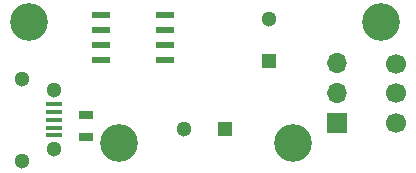
<source format=gts>
G04 #@! TF.FileFunction,Soldermask,Top*
%FSLAX46Y46*%
G04 Gerber Fmt 4.6, Leading zero omitted, Abs format (unit mm)*
G04 Created by KiCad (PCBNEW (2015-12-22 BZR 6403)-product) date Mon 09 Jan 2017 12:27:38 AM EST*
%MOMM*%
G01*
G04 APERTURE LIST*
%ADD10C,0.100000*%
%ADD11C,3.200000*%
%ADD12C,1.300000*%
%ADD13R,1.300000X1.300000*%
%ADD14C,1.700000*%
%ADD15R,1.550000X0.600000*%
%ADD16R,1.300000X0.700000*%
%ADD17R,1.350000X0.400000*%
%ADD18R,1.700000X1.700000*%
%ADD19O,1.700000X1.700000*%
G04 APERTURE END LIST*
D10*
D11*
X149800000Y-111200000D03*
X135000000Y-111200000D03*
X127400000Y-101000000D03*
D12*
X140500000Y-110000000D03*
D13*
X144000000Y-110000000D03*
D14*
X158500000Y-104500000D03*
D15*
X133550000Y-100345000D03*
X133550000Y-101615000D03*
X133550000Y-102885000D03*
X133550000Y-104155000D03*
X138950000Y-104155000D03*
X138950000Y-102885000D03*
X138950000Y-101615000D03*
X138950000Y-100345000D03*
D16*
X132200000Y-110700000D03*
X132200000Y-108800000D03*
D17*
X129562540Y-107949100D03*
X129562540Y-108599100D03*
X129562540Y-109249100D03*
X129562540Y-109899100D03*
X129562540Y-110549100D03*
D12*
X129562540Y-106749100D03*
X129562540Y-111749100D03*
X126862540Y-105749100D03*
X126862540Y-112749100D03*
X147750000Y-100750000D03*
D13*
X147750000Y-104250000D03*
D14*
X158500000Y-107000000D03*
X158500000Y-109500000D03*
D18*
X153500000Y-109540000D03*
D19*
X153500000Y-107000000D03*
X153500000Y-104460000D03*
D11*
X157200000Y-101000000D03*
M02*

</source>
